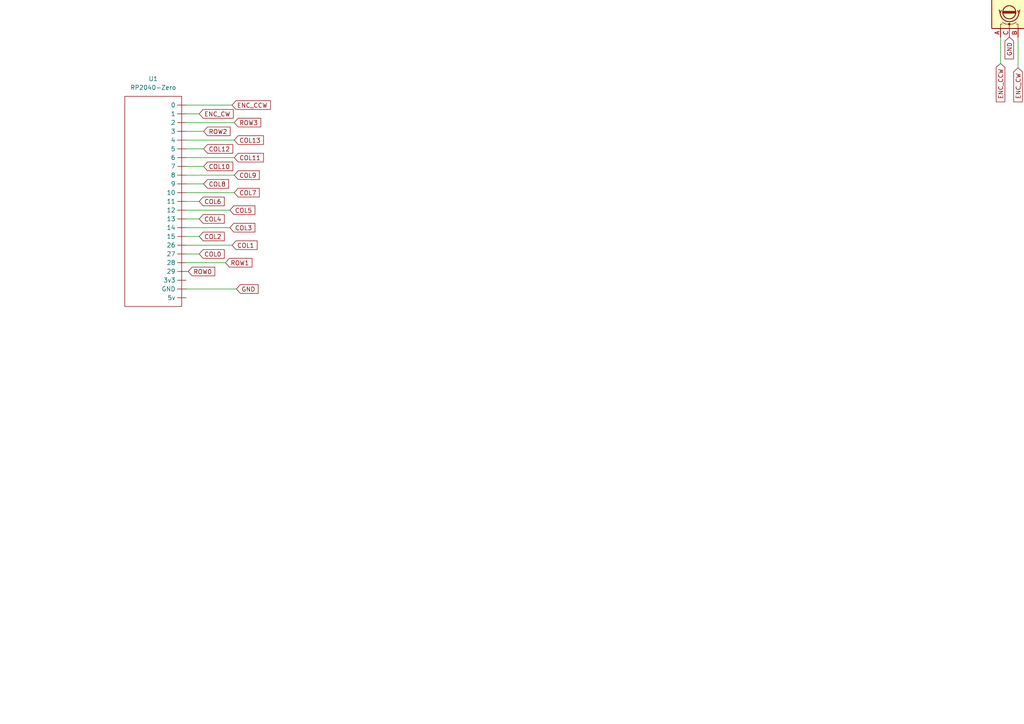
<source format=kicad_sch>
(kicad_sch (version 20230121) (generator eeschema)
  (paper "A4")
  (junction (at 161.29 -12.065))
  (junction (at 29.21 -50.8))
  (junction (at -20.32 -72.39))
  (junction (at 243.84 -50.8))
  (junction (at 207.01 -34.29))
  (junction (at 101.6 -72.39))
  (junction (at 20.32 -55.88))
  (junction (at 286.385 -50.8))
  (junction (at 321.31 -50.8))
  (junction (at 189.865 -72.39))
  (junction (at 260.35 -41.91))
  (junction (at 180.975 -78.74))
  (junction (at 243.84 -72.39))
  (junction (at -4.445 -12.065))
  (junction (at 52.705 -72.39))
  (junction (at 161.29 -19.685))
  (junction (at 92.71 -78.74))
  (junction (at 92.71 -34.29))
  (junction (at 29.21 -72.39))
  (junction (at 92.71 -55.88))
  (junction (at 75.565 -72.39))
  (junction (at 189.865 -28.575))
  (junction (at 121.285 -12.065))
  (junction (at 121.285 -55.88))
  (junction (at 20.32 -12.065))
  (junction (at 180.975 -55.88))
  (junction (at 180.975 -34.29))
  (junction (at -4.445 -78.74))
  (junction (at 234.95 -12.065))
  (junction (at 207.01 -78.74))
  (junction (at -4.445 -55.88))
  (junction (at 260.35 -78.74))
  (junction (at 4.445 -50.8))
  (junction (at -20.32 -50.8))
  (junction (at 234.95 -78.74))
  (junction (at 215.9 -72.39))
  (junction (at 43.815 -12.065))
  (junction (at 151.765 -78.74))
  (junction (at -4.445 -34.29))
  (junction (at 52.705 -50.8))
  (junction (at 43.815 -78.74))
  (junction (at 66.675 -12.065))
  (junction (at 160.655 -72.39))
  (junction (at 286.385 -78.74))
  (junction (at 295.275 -72.39))
  (junction (at 20.32 -34.29))
  (junction (at 269.24 -72.39))
  (junction (at 215.9 -50.8))
  (junction (at 234.95 -34.29))
  (junction (at 75.565 -28.575))
  (junction (at 151.765 -34.29))
  (junction (at 130.175 -73.025))
  (junction (at 207.01 -12.065))
  (junction (at 66.675 -19.685))
  (junction (at 290.195 -12.065))
  (junction (at 260.35 -34.29))
  (junction (at 121.285 -34.29))
  (junction (at 260.35 -55.88))
  (junction (at 43.815 -55.88))
  (junction (at 66.675 -78.74))
  (junction (at 151.765 -55.88))
  (junction (at 121.285 -78.74))
  (junction (at 130.175 -50.8))
  (junction (at 66.675 -34.29))
  (junction (at 43.815 -34.29))
  (junction (at 20.32 -78.74))
  (junction (at 234.95 -55.88))
  (junction (at 207.01 -55.88))
  (junction (at 260.35 -12.065))
  (junction (at 4.445 -72.39))
  (junction (at 75.565 -50.8))
  (junction (at 66.675 -55.88))
  (junction (at 269.24 -50.8))
  (junction (at 189.865 -50.8))
  (wire (pts (xy 43.815 -55.88) (xy 66.675 -55.88)))
  (wire (pts (xy 68.58 83.82) (xy 53.975 83.82)))
  (wire (pts (xy 29.21 -50.8) (xy 29.21 -28.575)))
  (wire (pts (xy 215.9 -95.25) (xy 215.9 -72.39)))
  (wire (pts (xy 92.71 -78.74) (xy 121.285 -78.74)))
  (wire (pts (xy 59.055 43.18) (xy 53.975 43.18)))
  (wire (pts (xy 67.945 35.56) (xy 53.975 35.56)))
  (wire (pts (xy 57.785 73.66) (xy 53.975 73.66)))
  (wire (pts (xy 54.61 78.74) (xy 53.975 78.74)))
  (wire (pts (xy 295.275 -4.445) (xy 295.275 -72.39)))
  (wire (pts (xy -4.445 -78.74) (xy 20.32 -78.74)))
  (wire (pts (xy 286.385 -78.74) (xy 312.42 -78.74)))
  (wire (pts (xy 66.675 -55.88) (xy 92.71 -55.88)))
  (wire (pts (xy 52.705 -95.25) (xy 52.705 -72.39)))
  (wire (pts (xy 67.945 40.64) (xy 53.975 40.64)))
  (wire (pts (xy 67.945 45.72) (xy 53.975 45.72)))
  (wire (pts (xy 57.785 33.02) (xy 53.975 33.02)))
  (wire (pts (xy 4.445 -95.25) (xy 4.445 -72.39)))
  (wire (pts (xy 20.32 -55.88) (xy 43.815 -55.88)))
  (wire (pts (xy 66.675 -19.685) (xy 85.09 -19.685)))
  (wire (pts (xy 67.945 50.8) (xy 53.975 50.8)))
  (wire (pts (xy 151.765 -78.74) (xy 180.975 -78.74)))
  (wire (pts (xy 66.675 -34.29) (xy 92.71 -34.29)))
  (wire (pts (xy 67.31 71.12) (xy 53.975 71.12)))
  (wire (pts (xy 57.785 63.5) (xy 53.975 63.5)))
  (wire (pts (xy 121.285 -64.135) (xy 121.285 -63.5)))
  (wire (pts (xy 57.785 68.58) (xy 53.975 68.58)))
  (wire (pts (xy 92.71 -34.29) (xy 121.285 -34.29)))
  (wire (pts (xy 75.565 -72.39) (xy 75.565 -50.8)))
  (wire (pts (xy 286.385 -79.375) (xy 286.385 -78.74)))
  (wire (pts (xy -20.32 -95.25) (xy -20.32 -72.39)))
  (wire (pts (xy 151.765 -55.88) (xy 180.975 -55.88)))
  (wire (pts (xy 207.01 -55.88) (xy 234.95 -55.88)))
  (wire (pts (xy 269.24 -72.39) (xy 269.24 -50.8)))
  (wire (pts (xy 290.195 18.415) (xy 290.195 10.795)))
  (wire (pts (xy 207.01 -34.29) (xy 234.95 -34.29)))
  (wire (pts (xy 130.175 -73.025) (xy 130.175 -50.8)))
  (wire (pts (xy 67.31 30.48) (xy 53.975 30.48)))
  (wire (pts (xy 121.285 -12.065) (xy 161.29 -12.065)))
  (wire (pts (xy 52.705 -50.8) (xy 52.705 -28.575)))
  (wire (pts (xy 4.445 -50.8) (xy 4.445 -28.575)))
  (wire (pts (xy 57.785 58.42) (xy 53.975 58.42)))
  (wire (pts (xy 215.9 -50.8) (xy 215.9 -28.575)))
  (wire (pts (xy -20.32 -72.39) (xy -20.32 -50.8)))
  (wire (pts (xy 59.055 38.1) (xy 53.975 38.1)))
  (wire (pts (xy 20.32 -78.74) (xy 43.815 -78.74)))
  (wire (pts (xy -29.21 -55.88) (xy -4.445 -55.88)))
  (wire (pts (xy 269.24 -95.885) (xy 269.24 -72.39)))
  (wire (pts (xy 75.565 -50.8) (xy 75.565 -28.575)))
  (wire (pts (xy 234.95 -12.065) (xy 260.35 -12.065)))
  (wire (pts (xy 43.815 -34.29) (xy 66.675 -34.29)))
  (wire (pts (xy 180.975 -78.74) (xy 207.01 -78.74)))
  (wire (pts (xy 4.445 -72.39) (xy 4.445 -50.8)))
  (wire (pts (xy 161.29 -19.685) (xy 180.975 -19.685)))
  (wire (pts (xy 101.6 -72.39) (xy 101.6 -50.8)))
  (wire (pts (xy 52.705 -72.39) (xy 52.705 -50.8)))
  (wire (pts (xy 59.055 53.34) (xy 53.975 53.34)))
  (wire (pts (xy 260.35 -34.29) (xy 312.42 -34.29)))
  (wire (pts (xy 243.84 -72.39) (xy 243.84 -50.8)))
  (wire (pts (xy 234.95 -34.29) (xy 260.35 -34.29)))
  (wire (pts (xy 20.32 -12.065) (xy 43.815 -12.065)))
  (wire (pts (xy 243.84 -50.8) (xy 243.84 -28.575)))
  (wire (pts (xy 260.35 -55.88) (xy 286.385 -55.88)))
  (wire (pts (xy 207.01 -12.065) (xy 234.95 -12.065)))
  (wire (pts (xy 75.565 -28.575) (xy 93.98 -28.575)))
  (wire (pts (xy 67.945 55.88) (xy 53.975 55.88)))
  (wire (pts (xy -4.445 -34.29) (xy 20.32 -34.29)))
  (wire (pts (xy 121.285 -55.88) (xy 151.765 -55.88)))
  (wire (pts (xy 20.32 -34.29) (xy 43.815 -34.29)))
  (wire (pts (xy 286.385 -50.165) (xy 286.385 -50.8)))
  (wire (pts (xy 234.95 -79.375) (xy 234.95 -78.74)))
  (wire (pts (xy 189.865 -72.39) (xy 189.865 -50.8)))
  (wire (pts (xy 101.6 -95.25) (xy 101.6 -72.39)))
  (wire (pts (xy 290.195 -12.065) (xy 312.42 -12.065)))
  (wire (pts (xy 43.815 -12.065) (xy 66.675 -12.065)))
  (wire (pts (xy 29.21 -72.39) (xy 29.21 -50.8)))
  (wire (pts (xy 29.21 -95.25) (xy 29.21 -72.39)))
  (wire (pts (xy 59.055 48.26) (xy 53.975 48.26)))
  (wire (pts (xy 65.405 76.2) (xy 53.975 76.2)))
  (wire (pts (xy -29.21 -78.74) (xy -4.445 -78.74)))
  (wire (pts (xy 151.765 -34.29) (xy 180.975 -34.29)))
  (wire (pts (xy 189.865 -50.8) (xy 189.865 -28.575)))
  (wire (pts (xy 215.9 -72.39) (xy 215.9 -50.8)))
  (wire (pts (xy 260.35 -12.065) (xy 290.195 -12.065)))
  (wire (pts (xy -4.445 -12.065) (xy 20.32 -12.065)))
  (wire (pts (xy 286.385 -50.8) (xy 269.24 -50.8)))
  (wire (pts (xy 75.565 -95.25) (xy 75.565 -72.39)))
  (wire (pts (xy 66.675 -12.065) (xy 121.285 -12.065)))
  (wire (pts (xy 295.275 19.685) (xy 295.275 10.795)))
  (wire (pts (xy 170.18 -28.575) (xy 189.865 -28.575)))
  (wire (pts (xy 66.675 66.04) (xy 53.975 66.04)))
  (wire (pts (xy 180.975 -55.88) (xy 207.01 -55.88)))
  (wire (pts (xy 160.655 -72.39) (xy 160.655 -50.8)))
  (wire (pts (xy 243.84 -95.885) (xy 243.84 -72.39)))
  (wire (pts (xy 160.655 -95.25) (xy 160.655 -72.39)))
  (wire (pts (xy 189.865 -95.25) (xy 189.865 -72.39)))
  (wire (pts (xy 180.975 -34.29) (xy 207.01 -34.29)))
  (wire (pts (xy 321.31 -95.885) (xy 321.31 -50.8)))
  (wire (pts (xy 234.95 -55.88) (xy 260.35 -55.88)))
  (wire (pts (xy -20.32 -50.8) (xy -20.32 -28.575)))
  (wire (pts (xy 130.175 -50.8) (xy 130.175 -28.575)))
  (wire (pts (xy -4.445 -55.88) (xy 20.32 -55.88)))
  (wire (pts (xy 161.29 -12.065) (xy 207.01 -12.065)))
  (wire (pts (xy 121.285 -34.29) (xy 151.765 -34.29)))
  (wire (pts (xy -29.21 -12.065) (xy -4.445 -12.065)))
  (wire (pts (xy 321.31 -50.8) (xy 321.31 -28.575)))
  (wire (pts (xy 66.675 60.96) (xy 53.975 60.96)))
  (wire (pts (xy 121.285 -78.74) (xy 151.765 -78.74)))
  (wire (pts (xy 295.275 -95.885) (xy 295.275 -72.39)))
  (wire (pts (xy 130.175 -95.25) (xy 130.175 -73.025)))
  (wire (pts (xy 260.35 -78.74) (xy 286.385 -78.74)))
  (wire (pts (xy 312.42 -78.74) (xy 312.42 -79.375)))
  (wire (pts (xy 260.35 -41.91) (xy 277.495 -41.91)))
  (wire (pts (xy 66.675 -78.74) (xy 92.71 -78.74)))
  (wire (pts (xy 207.01 -78.74) (xy 234.95 -78.74)))
  (wire (pts (xy 269.24 -50.8) (xy 269.24 -28.575)))
  (wire (pts (xy 92.71 -55.88) (xy 121.285 -55.88)))
  (wire (pts (xy 234.95 -78.74) (xy 260.35 -78.74)))
  (wire (pts (xy -29.21 -34.29) (xy -4.445 -34.29)))
  (wire (pts (xy 43.815 -78.74) (xy 66.675 -78.74)))
  (wire (pts (xy 260.35 -79.375) (xy 260.35 -78.74)))
  (global_label "COL3" (shape input) (at 66.675 66.04 0) (property "Intersheetrefs" "${INTERSHEET_REFS}" (effects hide)))
  (global_label "COL2" (shape input) (at 29.21 -94.615 90) (property "Intersheetrefs" "${INTERSHEET_REFS}" (effects hide)))
  (global_label "COL5" (shape input) (at 66.675 60.96 0) (property "Intersheetrefs" "${INTERSHEET_REFS}" (effects hide)))
  (global_label "COL4" (shape input) (at 57.785 63.5 0) (property "Intersheetrefs" "${INTERSHEET_REFS}" (effects hide)))
  (global_label "COL0" (shape input) (at -20.32 -95.25 90) (property "Intersheetrefs" "${INTERSHEET_REFS}" (effects hide)))
  (global_label "ROW1" (shape input) (at 65.405 76.2 0) (property "Intersheetrefs" "${INTERSHEET_REFS}" (effects hide)))
  (global_label "ENC_CCW" (shape input) (at 67.31 30.48 0) (property "Intersheetrefs" "${INTERSHEET_REFS}" (effects hide)))
  (global_label "ROW1" (shape input) (at -29.21 -55.88 180) (property "Intersheetrefs" "${INTERSHEET_REFS}" (effects hide)))
  (global_label "ROW2" (shape input) (at 59.055 38.1 0) (property "Intersheetrefs" "${INTERSHEET_REFS}" (effects hide)))
  (global_label "COL7" (shape input) (at 67.945 55.88 0) (property "Intersheetrefs" "${INTERSHEET_REFS}" (effects hide)))
  (global_label "COL2" (shape input) (at 57.785 68.58 0) (property "Intersheetrefs" "${INTERSHEET_REFS}" (effects hide)))
  (global_label "COL8" (shape input) (at 189.865 -95.25 90) (property "Intersheetrefs" "${INTERSHEET_REFS}" (effects hide)))
  (global_label "COL9" (shape input) (at 67.945 50.8 0) (property "Intersheetrefs" "${INTERSHEET_REFS}" (effects hide)))
  (global_label "ROW0" (shape input) (at 54.61 78.74 0) (property "Intersheetrefs" "${INTERSHEET_REFS}" (effects hide)))
  (global_label "COL13" (shape input) (at 67.945 40.64 0) (property "Intersheetrefs" "${INTERSHEET_REFS}" (effects hide)))
  (global_label "COL8" (shape input) (at 59.055 53.34 0) (property "Intersheetrefs" "${INTERSHEET_REFS}" (effects hide)))
  (global_label "ROW0" (shape input) (at -29.21 -78.74 180) (property "Intersheetrefs" "${INTERSHEET_REFS}" (effects hide)))
  (global_label "GND" (shape input) (at 68.58 83.82 0) (property "Intersheetrefs" "${INTERSHEET_REFS}" (effects hide)))
  (global_label "COL1" (shape input) (at 4.445 -95.25 90) (property "Intersheetrefs" "${INTERSHEET_REFS}" (effects hide)))
  (global_label "COL12" (shape input) (at 59.055 43.18 0) (property "Intersheetrefs" "${INTERSHEET_REFS}" (effects hide)))
  (global_label "ROW2" (shape input) (at -29.21 -34.29 180) (property "Intersheetrefs" "${INTERSHEET_REFS}" (effects hide)))
  (global_label "ROW3" (shape input) (at 67.945 35.56 0) (property "Intersheetrefs" "${INTERSHEET_REFS}" (effects hide)))
  (global_label "COL12" (shape input) (at 295.275 -95.885 90) (property "Intersheetrefs" "${INTERSHEET_REFS}" (effects hide)))
  (global_label "COL11" (shape input) (at 269.24 -95.885 90) (property "Intersheetrefs" "${INTERSHEET_REFS}" (effects hide)))
  (global_label "COL6" (shape input) (at 130.175 -95.25 90) (property "Intersheetrefs" "${INTERSHEET_REFS}" (effects hide)))
  (global_label "COL3" (shape input) (at 52.705 -95.25 90) (property "Intersheetrefs" "${INTERSHEET_REFS}" (effects hide)))
  (global_label "ENC_CW" (shape input) (at 295.275 19.685 270) (property "Intersheetrefs" "${INTERSHEET_REFS}" (effects hide)))
  (global_label "COL11" (shape input) (at 67.945 45.72 0) (property "Intersheetrefs" "${INTERSHEET_REFS}" (effects hide)))
  (global_label "COL10" (shape input) (at 243.84 -95.885 90) (property "Intersheetrefs" "${INTERSHEET_REFS}" (effects hide)))
  (global_label "COL5" (shape input) (at 101.6 -95.25 90) (property "Intersheetrefs" "${INTERSHEET_REFS}" (effects hide)))
  (global_label "ENC_CCW" (shape input) (at 290.195 18.415 270) (property "Intersheetrefs" "${INTERSHEET_REFS}" (effects hide)))
  (global_label "COL7" (shape input) (at 160.655 -95.25 90) (property "Intersheetrefs" "${INTERSHEET_REFS}" (effects hide)))
  (global_label "ENC_CW" (shape input) (at 57.785 33.02 0) (property "Intersheetrefs" "${INTERSHEET_REFS}" (effects hide)))
  (global_label "COL9" (shape input) (at 215.9 -94.615 90) (property "Intersheetrefs" "${INTERSHEET_REFS}" (effects hide)))
  (global_label "COL4" (shape input) (at 75.565 -94.615 90) (property "Intersheetrefs" "${INTERSHEET_REFS}" (effects hide)))
  (global_label "COL1" (shape input) (at 67.31 71.12 0) (property "Intersheetrefs" "${INTERSHEET_REFS}" (effects hide)))
  (global_label "COL6" (shape input) (at 57.785 58.42 0) (property "Intersheetrefs" "${INTERSHEET_REFS}" (effects hide)))
  (global_label "GND" (shape input) (at 292.735 10.795 270) (property "Intersheetrefs" "${INTERSHEET_REFS}" (effects hide)))
  (global_label "ROW3" (shape input) (at -29.21 -12.065 180) (property "Intersheetrefs" "${INTERSHEET_REFS}" (effects hide)))
  (global_label "COL0" (shape input) (at 57.785 73.66 0) (property "Intersheetrefs" "${INTERSHEET_REFS}" (effects hide)))
  (global_label "COL13" (shape input) (at 321.31 -95.885 90) (property "Intersheetrefs" "${INTERSHEET_REFS}" (effects hide)))
  (global_label "COL10" (shape input) (at 59.055 48.26 0) (property "Intersheetrefs" "${INTERSHEET_REFS}" (effects hide)))
  (symbol (lib_id "acheronSymbols:MXSwitch") (at 286.385 -41.91 0) (unit 1)
    (property "Reference" "SW40" (at 294.005 -44.45 0) (effects (justify left)))
    (property "Value" "MX225R" (at 294.005 -41.91 0) (effects (font (size 0.9906 0.9906)) (justify left)))
    (property "Footprint" "acheron_MX.pretty-master:MX225" (effects hide))
  )
  (symbol (lib_id "acheronSymbols:MXSwitch") (at 101.6 -86.36 0) (unit 1)
    (property "Reference" "SW6" (at 109.22 -88.9 0) (effects (justify left)))
    (property "Value" "MX100" (at 109.22 -86.36 0) (effects (font (size 0.9906 0.9906)) (justify left)))
    (property "Footprint" "acheron_MX.pretty-master:MX100" (effects hide))
  )
  (symbol (lib_id "Diode:1N4148W") (at 207.01 -15.875 90) (unit 1)
    (property "Reference" "D45" (at 210.82 -17.145 90) (effects (justify right)))
    (property "Value" "1N4148W" (at 210.82 -14.605 90) (effects (justify right)))
    (property "Footprint" "Diode_SMD:D_SOD-123" (effects hide))
    (property "Datasheet" "https://www.vishay.com/docs/85748/1n4148w.pdf" (effects hide))
    (property "Sim.Device" "D" (effects hide))
    (property "Sim.Pins" "1=K 2=A" (effects hide))
  )
  (symbol (lib_id "acheronSymbols:MXSwitch") (at 29.21 -19.685 0) (unit 1)
    (property "Reference" "SW44" (at 39.37 -19.685 0))
    (property "Value" "MX125" (at 39.37 -17.145 0) (effects (font (size 0.9906 0.9906))))
    (property "Footprint" "acheron_MX.pretty-master:MX125" (effects hide))
  )
  (symbol (lib_id "acheronSymbols:MXSwitch") (at 189.865 -19.685 0) (unit 1)
    (property "Reference" "SW49" (at 197.485 -23.495 0) (effects (justify left)))
    (property "Value" "MX300R" (at 197.485 -20.955 0) (effects (font (size 0.9906 0.9906)) (justify left)))
    (property "Footprint" "acheron_MX.pretty-master:MX300R" (effects hide))
  )
  (symbol (lib_id "Diode:1N4148W") (at 43.815 -38.1 90) (unit 1)
    (property "Reference" "D31" (at 47.625 -39.37 90) (effects (justify right)))
    (property "Value" "1N4148W" (at 47.625 -36.83 90) (effects (justify right)))
    (property "Footprint" "Diode_SMD:D_SOD-123" (effects hide))
    (property "Datasheet" "https://www.vishay.com/docs/85748/1n4148w.pdf" (effects hide))
    (property "Sim.Device" "D" (effects hide))
    (property "Sim.Pins" "1=K 2=A" (effects hide))
  )
  (symbol (lib_id "acheronSymbols:MXSwitch") (at 52.705 -41.91 0) (unit 1)
    (property "Reference" "SW31" (at 60.325 -44.45 0) (effects (justify left)))
    (property "Value" "MX100" (at 60.325 -41.91 0) (effects (font (size 0.9906 0.9906)) (justify left)))
    (property "Footprint" "acheron_MX.pretty-master:MX100" (effects hide))
  )
  (symbol (lib_id "Diode:1N4148W") (at 260.35 -38.1 90) (unit 1)
    (property "Reference" "D39" (at 264.16 -39.37 90) (effects (justify right)))
    (property "Value" "1N4148W" (at 264.16 -36.83 90) (effects (justify right)))
    (property "Footprint" "Diode_SMD:D_SOD-123" (effects hide))
    (property "Datasheet" "https://www.vishay.com/docs/85748/1n4148w.pdf" (effects hide))
    (property "Sim.Device" "D" (effects hide))
    (property "Sim.Pins" "1=K 2=A" (effects hide))
  )
  (symbol (lib_id "Device:RotaryEncoder_Switch") (at 292.735 3.175 90) (unit 1)
    (property "Reference" "SW55" (at 299.085 1.905 90) (effects (justify right)))
    (property "Value" "RotaryEncoder_Switch" (at 299.085 4.445 90) (effects (justify right)))
    (property "Footprint" "Rotary_Encoder:RotaryEncoder_Alps_EC11E-Switch_Vertical_H20mm" (effects hide))
  )
  (symbol (lib_id "Diode:1N4148W") (at 312.42 -38.1 90) (unit 1)
    (property "Reference" "D41" (at 316.23 -39.37 90) (effects (justify right)))
    (property "Value" "1N4148W" (at 316.23 -36.83 90) (effects (justify right)))
    (property "Footprint" "Diode_SMD:D_SOD-123" (effects hide))
    (property "Datasheet" "https://www.vishay.com/docs/85748/1n4148w.pdf" (effects hide))
    (property "Sim.Device" "D" (effects hide))
    (property "Sim.Pins" "1=K 2=A" (effects hide))
  )
  (symbol (lib_id "Diode:1N4148W") (at 20.32 -15.875 90) (unit 1)
    (property "Reference" "D50" (at 24.13 -17.145 90) (effects (justify right)))
    (property "Value" "1N4148W" (at 24.13 -14.605 90) (effects (justify right)))
    (property "Footprint" "Diode_SMD:D_SOD-123" (effects hide))
    (property "Datasheet" "https://www.vishay.com/docs/85748/1n4148w.pdf" (effects hide))
    (property "Sim.Device" "D" (effects hide))
    (property "Sim.Pins" "1=K 2=A" (effects hide))
  )
  (symbol (lib_id "Diode:1N4148W") (at 260.35 -83.185 90) (unit 1)
    (property "Reference" "D12" (at 264.16 -84.455 90) (effects (justify right)))
    (property "Value" "1N4148W" (at 264.16 -81.915 90) (effects (justify right)))
    (property "Footprint" "Diode_SMD:D_SOD-123" (effects hide))
    (property "Datasheet" "https://www.vishay.com/docs/85748/1n4148w.pdf" (effects hide))
    (property "Sim.Device" "D" (effects hide))
    (property "Sim.Pins" "1=K 2=A" (effects hide))
  )
  (symbol (lib_id "Diode:1N4148W") (at 121.285 -59.69 90) (unit 1)
    (property "Reference" "D21" (at 125.095 -60.96 90) (effects (justify right)))
    (property "Value" "1N4148W" (at 125.095 -58.42 90) (effects (justify right)))
    (property "Footprint" "Diode_SMD:D_SOD-123" (effects hide))
    (property "Datasheet" "https://www.vishay.com/docs/85748/1n4148w.pdf" (effects hide))
    (property "Sim.Device" "D" (effects hide))
    (property "Sim.Pins" "1=K 2=A" (effects hide))
  )
  (symbol (lib_id "acheronSymbols:MXSwitch") (at 101.6 -41.91 0) (unit 1)
    (property "Reference" "SW33" (at 109.22 -44.45 0) (effects (justify left)))
    (property "Value" "MX100" (at 109.22 -41.91 0) (effects (font (size 0.9906 0.9906)) (justify left)))
    (property "Footprint" "acheron_MX.pretty-master:MX100" (effects hide))
  )
  (symbol (lib_id "acheronSymbols:MXSwitch") (at 130.175 -64.135 0) (unit 1)
    (property "Reference" "SW21" (at 137.795 -66.675 0) (effects (justify left)))
    (property "Value" "MX100" (at 137.795 -64.135 0) (effects (font (size 0.9906 0.9906)) (justify left)))
    (property "Footprint" "acheron_MX.pretty-master:MX100" (effects hide))
  )
  (symbol (lib_id "acheronSymbols:MXSwitch") (at 269.24 -63.5 0) (unit 1)
    (property "Reference" "SW26" (at 276.86 -66.04 0) (effects (justify left)))
    (property "Value" "MX100" (at 276.86 -63.5 0) (effects (font (size 0.9906 0.9906)) (justify left)))
    (property "Footprint" "acheron_MX.pretty-master:MX100" (effects hide))
  )
  (symbol (lib_id "Diode:1N4148W") (at 312.42 -15.875 90) (unit 1)
    (property "Reference" "D42" (at 316.23 -17.145 90) (effects (justify right)))
    (property "Value" "1N4148W" (at 316.23 -14.605 90) (effects (justify right)))
    (property "Footprint" "Diode_SMD:D_SOD-123" (effects hide))
    (property "Datasheet" "https://www.vishay.com/docs/85748/1n4148w.pdf" (effects hide))
    (property "Sim.Device" "D" (effects hide))
    (property "Sim.Pins" "1=K 2=A" (effects hide))
  )
  (symbol (lib_id "acheronSymbols:MXSwitch") (at 215.9 -41.91 0) (unit 1)
    (property "Reference" "SW37" (at 223.52 -44.45 0) (effects (justify left)))
    (property "Value" "MX100" (at 223.52 -41.91 0) (effects (font (size 0.9906 0.9906)) (justify left)))
    (property "Footprint" "acheron_MX.pretty-master:MX100" (effects hide))
  )
  (symbol (lib_id "acheronSymbols:MXSwitch") (at 52.705 -63.5 0) (unit 1)
    (property "Reference" "SW18" (at 60.325 -66.04 0) (effects (justify left)))
    (property "Value" "MX100" (at 60.325 -63.5 0) (effects (font (size 0.9906 0.9906)) (justify left)))
    (property "Footprint" "acheron_MX.pretty-master:MX100" (effects hide))
  )
  (symbol (lib_id "acheronSymbols:MXSwitch") (at 130.175 -86.36 0) (unit 1)
    (property "Reference" "SW7" (at 137.795 -88.9 0) (effects (justify left)))
    (property "Value" "MX100" (at 137.795 -86.36 0) (effects (font (size 0.9906 0.9906)) (justify left)))
    (property "Footprint" "acheron_MX.pretty-master:MX100" (effects hide))
  )
  (symbol (lib_id "Diode:1N4148W") (at 180.975 -82.55 90) (unit 1)
    (property "Reference" "D9" (at 184.785 -83.82 90) (effects (justify right)))
    (property "Value" "1N4148W" (at 184.785 -81.28 90) (effects (justify right)))
    (property "Footprint" "Diode_SMD:D_SOD-123" (effects hide))
    (property "Datasheet" "https://www.vishay.com/docs/85748/1n4148w.pdf" (effects hide))
    (property "Sim.Device" "D" (effects hide))
    (property "Sim.Pins" "1=K 2=A" (effects hide))
  )
  (symbol (lib_id "Diode:1N4148W") (at 286.385 -59.69 90) (unit 1)
    (property "Reference" "D27" (at 290.195 -60.96 90) (effects (justify right)))
    (property "Value" "1N4148W" (at 290.195 -58.42 90) (effects (justify right)))
    (property "Footprint" "Diode_SMD:D_SOD-123" (effects hide))
    (property "Datasheet" "https://www.vishay.com/docs/85748/1n4148w.pdf" (effects hide))
    (property "Sim.Device" "D" (effects hide))
    (property "Sim.Pins" "1=K 2=A" (effects hide))
  )
  (symbol (lib_id "acheronSymbols:MXSwitch") (at 295.275 -63.5 0) (unit 1)
    (property "Reference" "SW27" (at 302.895 -66.04 0) (effects (justify left)))
    (property "Value" "MX175" (at 302.895 -63.5 0) (effects (font (size 0.9906 0.9906)) (justify left)))
    (property "Footprint" "acheron_MX.pretty-master:MX175" (effects hide))
  )
  (symbol (lib_id "Diode:1N4148W") (at 66.675 -59.69 90) (unit 1)
    (property "Reference" "D19" (at 70.485 -60.96 90) (effects (justify right)))
    (property "Value" "1N4148W" (at 70.485 -58.42 90) (effects (justify right)))
    (property "Footprint" "Diode_SMD:D_SOD-123" (effects hide))
    (property "Datasheet" "https://www.vishay.com/docs/85748/1n4148w.pdf" (effects hide))
    (property "Sim.Device" "D" (effects hide))
    (property "Sim.Pins" "1=K 2=A" (effects hide))
  )
  (symbol (lib_id "acheronSymbols:MXSwitch") (at 4.445 -19.685 0) (unit 1)
    (property "Reference" "SW43" (at 12.065 -22.225 0) (effects (justify left)))
    (property "Value" "MX125" (at 12.065 -19.685 0) (effects (font (size 0.9906 0.9906)) (justify left)))
    (property "Footprint" "acheron_MX.pretty-master:MX125" (effects hide))
  )
  (symbol (lib_id "Diode:1N4148W") (at -4.445 -15.875 90) (unit 1)
    (property "Reference" "D51" (at -0.635 -17.145 90) (effects (justify right)))
    (property "Value" "1N4148W" (at -0.635 -14.605 90) (effects (justify right)))
    (property "Footprint" "Diode_SMD:D_SOD-123" (effects hide))
    (property "Datasheet" "https://www.vishay.com/docs/85748/1n4148w.pdf" (effects hide))
    (property "Sim.Device" "D" (effects hide))
    (property "Sim.Pins" "1=K 2=A" (effects hide))
  )
  (symbol (lib_id "Diode:1N4148W") (at 66.675 -38.1 90) (unit 1)
    (property "Reference" "D32" (at 70.485 -39.37 90) (effects (justify right)))
    (property "Value" "1N4148W" (at 70.485 -36.83 90) (effects (justify right)))
    (property "Footprint" "Diode_SMD:D_SOD-123" (effects hide))
    (property "Datasheet" "https://www.vishay.com/docs/85748/1n4148w.pdf" (effects hide))
    (property "Sim.Device" "D" (effects hide))
    (property "Sim.Pins" "1=K 2=A" (effects hide))
  )
  (symbol (lib_id "Diode:1N4148W") (at 207.01 -82.55 90) (unit 1)
    (property "Reference" "D10" (at 210.82 -83.82 90) (effects (justify right)))
    (property "Value" "1N4148W" (at 210.82 -81.28 90) (effects (justify right)))
    (property "Footprint" "Diode_SMD:D_SOD-123" (effects hide))
    (property "Datasheet" "https://www.vishay.com/docs/85748/1n4148w.pdf" (effects hide))
    (property "Sim.Device" "D" (effects hide))
    (property "Sim.Pins" "1=K 2=A" (effects hide))
  )
  (symbol (lib_id "Diode:1N4148W") (at 20.32 -38.1 90) (unit 1)
    (property "Reference" "D30" (at 24.13 -39.37 90) (effects (justify right)))
    (property "Value" "1N4148W" (at 24.13 -36.83 90) (effects (justify right)))
    (property "Footprint" "Diode_SMD:D_SOD-123" (effects hide))
    (property "Datasheet" "https://www.vishay.com/docs/85748/1n4148w.pdf" (effects hide))
    (property "Sim.Device" "D" (effects hide))
    (property "Sim.Pins" "1=K 2=A" (effects hide))
  )
  (symbol (lib_id "Diode:1N4148W") (at 92.71 -59.69 90) (unit 1)
    (property "Reference" "D20" (at 96.52 -60.96 90) (effects (justify right)))
    (property "Value" "1N4148W" (at 96.52 -58.42 90) (effects (justify right)))
    (property "Footprint" "Diode_SMD:D_SOD-123" (effects hide))
    (property "Datasheet" "https://www.vishay.com/docs/85748/1n4148w.pdf" (effects hide))
    (property "Sim.Device" "D" (effects hide))
    (property "Sim.Pins" "1=K 2=A" (effects hide))
  )
  (symbol (lib_id "Diode:1N4148W") (at 43.815 -15.875 90) (unit 1)
    (property "Reference" "D49" (at 47.625 -17.145 90) (effects (justify right)))
    (property "Value" "1N4148W" (at 47.625 -14.605 90) (effects (justify right)))
    (property "Footprint" "Diode_SMD:D_SOD-123" (effects hide))
    (property "Datasheet" "https://www.vishay.com/docs/85748/1n4148w.pdf" (effects hide))
    (property "Sim.Device" "D" (effects hide))
    (property "Sim.Pins" "1=K 2=A" (effects hide))
  )
  (symbol (lib_id "acheronSymbols:MXSwitch") (at -20.32 -41.91 0) (unit 1)
    (property "Reference" "SW28" (at -10.16 -45.72 0))
    (property "Value" "MX225R" (at -10.16 -43.18 0) (effects (font (size 0.9906 0.9906))))
    (property "Footprint" "acheron_MX.pretty-master:MX225" (effects hide))
  )
  (symbol (lib_id "acheronSymbols:MXSwitch") (at 75.565 -63.5 0) (unit 1)
    (property "Reference" "SW19" (at 83.185 -66.04 0) (effects (justify left)))
    (property "Value" "MX100" (at 83.185 -63.5 0) (effects (font (size 0.9906 0.9906)) (justify left)))
    (property "Footprint" "acheron_MX.pretty-master:MX100" (effects hide))
  )
  (symbol (lib_id "Diode:1N4148W") (at 20.32 -82.55 90) (unit 1)
    (property "Reference" "D3" (at 24.13 -83.82 90) (effects (justify right)))
    (property "Value" "1N4148W" (at 24.13 -81.28 90) (effects (justify right)))
    (property "Footprint" "Diode_SMD:D_SOD-123" (effects hide))
    (property "Datasheet" "https://www.vishay.com/docs/85748/1n4148w.pdf" (effects hide))
    (property "Sim.Device" "D" (effects hide))
    (property "Sim.Pins" "1=K 2=A" (effects hide))
  )
  (symbol (lib_id "acheronSymbols:MXSwitch") (at 29.21 -63.5 0) (unit 1)
    (property "Reference" "SW17" (at 36.83 -66.04 0) (effects (justify left)))
    (property "Value" "MX100" (at 36.83 -63.5 0) (effects (font (size 0.9906 0.9906)) (justify left)))
    (property "Footprint" "acheron_MX.pretty-master:MX100" (effects hide))
  )
  (symbol (lib_id "Diode:1N4148W") (at 290.195 -8.255 270) (unit 1)
    (property "Reference" "D40" (at 282.575 -8.89 90) (effects (justify left)))
    (property "Value" "1N4148W" (at 279.4 -6.35 90) (effects (justify left)))
    (property "Footprint" "Diode_SMD:D_SOD-123" (effects hide))
    (property "Datasheet" "https://www.vishay.com/docs/85748/1n4148w.pdf" (effects hide))
    (property "Sim.Device" "D" (effects hide))
    (property "Sim.Pins" "1=K 2=A" (effects hide))
  )
  (symbol (lib_id "acheronSymbols:MXSwitch") (at 160.655 -63.5 0) (unit 1)
    (property "Reference" "SW22" (at 168.275 -66.04 0) (effects (justify left)))
    (property "Value" "MX100" (at 168.275 -63.5 0) (effects (font (size 0.9906 0.9906)) (justify left)))
    (property "Footprint" "acheron_MX.pretty-master:MX100" (effects hide))
  )
  (symbol (lib_id "Diode:1N4148W") (at 234.95 -83.185 90) (unit 1)
    (property "Reference" "D11" (at 238.76 -84.455 90) (effects (justify right)))
    (property "Value" "1N4148W" (at 238.76 -81.915 90) (effects (justify right)))
    (property "Footprint" "Diode_SMD:D_SOD-123" (effects hide))
    (property "Datasheet" "https://www.vishay.com/docs/85748/1n4148w.pdf" (effects hide))
    (property "Sim.Device" "D" (effects hide))
    (property "Sim.Pins" "1=K 2=A" (effects hide))
  )
  (symbol (lib_id "acheronSymbols:MXSwitch") (at 130.175 -41.91 0) (unit 1)
    (property "Reference" "SW34" (at 137.795 -44.45 0) (effects (justify left)))
    (property "Value" "MX100" (at 137.795 -41.91 0) (effects (font (size 0.9906 0.9906)) (justify left)))
    (property "Footprint" "acheron_MX.pretty-master:MX100" (effects hide))
  )
  (symbol (lib_id "Diode:1N4148W") (at 234.95 -59.69 90) (unit 1)
    (property "Reference" "D25" (at 238.76 -60.96 90) (effects (justify right)))
    (property "Value" "1N4148W" (at 238.76 -58.42 90) (effects (justify right)))
    (property "Footprint" "Diode_SMD:D_SOD-123" (effects hide))
    (property "Datasheet" "https://www.vishay.com/docs/85748/1n4148w.pdf" (effects hide))
    (property "Sim.Device" "D" (effects hide))
    (property "Sim.Pins" "1=K 2=A" (effects hide))
  )
  (symbol (lib_id "acheronSymbols:MXSwitch") (at 269.24 -19.685 0) (unit 1)
    (property "Reference" "SW52" (at 276.86 -22.225 0) (effects (justify left)))
    (property "Value" "MX125" (at 276.86 -19.685 0) (effects (font (size 0.9906 0.9906)) (justify left)))
    (property "Footprint" "acheron_MX.pretty-master:MX125" (effects hide))
  )
  (symbol (lib_id "Diode:1N4148W") (at 151.765 -38.1 90) (unit 1)
    (property "Reference" "D35" (at 155.575 -39.37 90) (effects (justify right)))
    (property "Value" "1N4148W" (at 155.575 -36.83 90) (effects (justify right)))
    (property "Footprint" "Diode_SMD:D_SOD-123" (effects hide))
    (property "Datasheet" "https://www.vishay.com/docs/85748/1n4148w.pdf" (effects hide))
    (property "Sim.Device" "D" (effects hide))
    (property "Sim.Pins" "1=K 2=A" (effects hide))
  )
  (symbol (lib_id "Diode:1N4148W") (at -29.21 -59.69 90) (unit 1)
    (property "Reference" "D15" (at -25.4 -60.96 90) (effects (justify right)))
    (property "Value" "1N4148W" (at -25.4 -58.42 90) (effects (justify right)))
    (property "Footprint" "Diode_SMD:D_SOD-123" (effects hide))
    (property "Datasheet" "https://www.vishay.com/docs/85748/1n4148w.pdf" (effects hide))
    (property "Sim.Device" "D" (effects hide))
    (property "Sim.Pins" "1=K 2=A" (effects hide))
  )
  (symbol (lib_id "acheronSymbols:MXSwitch") (at 215.9 -63.5 0) (unit 1)
    (property "Reference" "SW24" (at 223.52 -66.04 0) (effects (justify left)))
    (property "Value" "MX100" (at 223.52 -63.5 0) (effects (font (size 0.9906 0.9906)) (justify left)))
    (property "Footprint" "acheron_MX.pretty-master:MX100" (effects hide))
  )
  (symbol (lib_id "Diode:1N4148W") (at 121.285 -15.875 90) (unit 1)
    (property "Reference" "D47" (at 125.095 -17.145 90) (effects (justify right)))
    (property "Value" "1N4148W" (at 125.095 -14.605 90) (effects (justify right)))
    (property "Footprint" "Diode_SMD:D_SOD-123" (effects hide))
    (property "Datasheet" "https://www.vishay.com/docs/85748/1n4148w.pdf" (effects hide))
    (property "Sim.Device" "D" (effects hide))
    (property "Sim.Pins" "1=K 2=A" (effects hide))
  )
  (symbol (lib_id "Diode:1N4148W") (at 234.95 -38.1 90) (unit 1)
    (property "Reference" "D38" (at 238.76 -39.37 90) (effects (justify right)))
    (property "Value" "1N4148W" (at 238.76 -36.83 90) (effects (justify right)))
    (property "Footprint" "Diode_SMD:D_SOD-123" (effects hide))
    (property "Datasheet" "https://www.vishay.com/docs/85748/1n4148w.pdf" (effects hide))
    (property "Sim.Device" "D" (effects hide))
    (property "Sim.Pins" "1=K 2=A" (effects hide))
  )
  (symbol (lib_id "Diode:1N4148W") (at 121.285 -82.55 90) (unit 1)
    (property "Reference" "D7" (at 125.095 -83.82 90) (effects (justify right)))
    (property "Value" "1N4148W" (at 125.095 -81.28 90) (effects (justify right)))
    (property "Footprint" "Diode_SMD:D_SOD-123" (effects hide))
    (property "Datasheet" "https://www.vishay.com/docs/85748/1n4148w.pdf" (effects hide))
    (property "Sim.Device" "D" (effects hide))
    (property "Sim.Pins" "1=K 2=A" (effects hide))
  )
  (symbol (lib_id "Diode:1N4148W") (at 43.815 -82.55 90) (unit 1)
    (property "Reference" "D4" (at 47.625 -83.82 90) (effects (justify right)))
    (property "Value" "1N4148W" (at 47.625 -81.28 90) (effects (justify right)))
    (property "Footprint" "Diode_SMD:D_SOD-123" (effects hide))
    (property "Datasheet" "https://www.vishay.com/docs/85748/1n4148w.pdf" (effects hide))
    (property "Sim.Device" "D" (effects hide))
    (property "Sim.Pins" "1=K 2=A" (effects hide))
  )
  (symbol (lib_id "acheronSymbols:MXSwitch") (at 321.31 -41.91 0) (unit 1)
    (property "Reference" "SW41" (at 328.93 -44.45 0) (effects (justify left)))
    (property "Value" "MX100" (at 328.93 -41.91 0) (effects (font (size 0.9906 0.9906)) (justify left)))
    (property "Footprint" "acheron_MX.pretty-master:MX100" (effects hide))
  )
  (symbol (lib_id "acheronSymbols:MXSwitch") (at 75.565 -41.91 0) (unit 1)
    (property "Reference" "SW32" (at 83.185 -44.45 0) (effects (justify left)))
    (property "Value" "MX100" (at 83.185 -41.91 0) (effects (font (size 0.9906 0.9906)) (justify left)))
    (property "Footprint" "acheron_MX.pretty-master:MX100" (effects hide))
  )
  (symbol (lib_id "acheronSymbols:MXSwitch") (at 75.565 -19.685 0) (unit 1)
    (property "Reference" "SW47" (at 86.995 -22.225 0))
    (property "Value" "MX225R" (at 86.995 -19.685 0) (effects (font (size 0.9906 0.9906))))
    (property "Footprint" "acheron_MX.pretty-master:MX225R" (effects hide))
  )
  (symbol (lib_id "Diode:1N4148W") (at 43.815 -59.69 90) (unit 1)
    (property "Reference" "D18" (at 47.625 -60.96 90) (effects (justify right)))
    (property "Value" "1N4148W" (at 47.625 -58.42 90) (effects (justify right)))
    (property "Footprint" "Diode_SMD:D_SOD-123" (effects hide))
    (property "Datasheet" "https://www.vishay.com/docs/85748/1n4148w.pdf" (effects hide))
    (property "Sim.Device" "D" (effects hide))
    (property "Sim.Pins" "1=K 2=A" (effects hide))
  )
  (symbol (lib_id "Diode:1N4148W") (at 66.675 -15.875 90) (unit 1)
    (property "Reference" "D48" (at 70.485 -17.145 90) (effects (justify right)))
    (property "Value" "1N4148W" (at 70.485 -14.605 90) (effects (justify right)))
    (property "Footprint" "Diode_SMD:D_SOD-123" (effects hide))
    (property "Datasheet" "https://www.vishay.com/docs/85748/1n4148w.pdf" (effects hide))
    (property "Sim.Device" "D" (effects hide))
    (property "Sim.Pins" "1=K 2=A" (effects hide))
  )
  (symbol (lib_id "acheronSymbols:MXSwitch") (at 243.84 -41.91 0) (unit 1)
    (property "Reference" "SW38" (at 251.46 -44.45 0) (effects (justify left)))
    (property "Value" "MX100" (at 251.46 -41.91 0) (effects (font (size 0.9906 0.9906)) (justify left)))
    (property "Footprint" "acheron_MX.pretty-master:MX100" (effects hide))
  )
  (symbol (lib_id "acheronSymbols:MXSwitch") (at 189.865 -41.91 0) (unit 1)
    (property "Reference" "SW36" (at 197.485 -44.45 0) (effects (justify left)))
    (property "Value" "MX100" (at 197.485 -41.91 0) (effects (font (size 0.9906 0.9906)) (justify left)))
    (property "Footprint" "acheron_MX.pretty-master:MX100" (effects hide))
  )
  (symbol (lib_id "Diode:1N4148W") (at 151.765 -59.69 90) (unit 1)
    (property "Reference" "D22" (at 155.575 -60.96 90) (effects (justify right)))
    (property "Value" "1N4148W" (at 155.575 -58.42 90) (effects (justify right)))
    (property "Footprint" "Diode_SMD:D_SOD-123" (effects hide))
    (property "Datasheet" "https://www.vishay.com/docs/85748/1n4148w.pdf" (effects hide))
    (property "Sim.Device" "D" (effects hide))
    (property "Sim.Pins" "1=K 2=A" (effects hide))
  )
  (symbol (lib_id "acheronSymbols:MXSwitch") (at 321.31 -19.685 0) (unit 1)
    (property "Reference" "SW53" (at 334.01 -22.225 0))
    (property "Value" "MX125" (at 334.01 -19.685 0) (effects (font (size 0.9906 0.9906))))
    (property "Footprint" "acheron_MX.pretty-master:MX125" (effects hide))
  )
  (symbol (lib_id "Diode:1N4148W") (at 161.29 -15.875 90) (unit 1)
    (property "Reference" "D46" (at 165.1 -17.145 90) (effects (justify right)))
    (property "Value" "1N4148W" (at 165.1 -14.605 90) (effects (justify right)))
    (property "Footprint" "Diode_SMD:D_SOD-123" (effects hide))
    (property "Datasheet" "https://www.vishay.com/docs/85748/1n4148w.pdf" (effects hide))
    (property "Sim.Device" "D" (effects hide))
    (property "Sim.Pins" "1=K 2=A" (effects hide))
  )
  (symbol (lib_id "acheronSymbols:MXSwitch") (at 93.98 -19.685 0) (unit 1)
    (property "Reference" "SW46" (at 101.6 -22.225 0) (effects (justify left)))
    (property "Value" "MX300R" (at 101.6 -19.685 0) (effects (font (size 0.9906 0.9906)) (justify left)))
    (property "Footprint" "acheron_MX.pretty-master:MX300R" (effects hide))
  )
  (symbol (lib_id "Diode:1N4148W") (at -4.445 -38.1 90) (unit 1)
    (property "Reference" "D29" (at -0.635 -39.37 90) (effects (justify right)))
    (property "Value" "1N4148W" (at -0.635 -36.83 90) (effects (justify right)))
    (property "Footprint" "Diode_SMD:D_SOD-123" (effects hide))
    (property "Datasheet" "https://www.vishay.com/docs/85748/1n4148w.pdf" (effects hide))
    (property "Sim.Device" "D" (effects hide))
    (property "Sim.Pins" "1=K 2=A" (effects hide))
  )
  (symbol (lib_id "acheronSymbols:MXSwitch") (at 243.84 -63.5 0) (unit 1)
    (property "Reference" "SW25" (at 251.46 -66.04 0) (effects (justify left)))
    (property "Value" "MX100" (at 251.46 -63.5 0) (effects (font (size 0.9906 0.9906)) (justify left)))
    (property "Footprint" "acheron_MX.pretty-master:MX100" (effects hide))
  )
  (symbol (lib_id "acheronSymbols:MXSwitch") (at 52.705 -86.36 0) (unit 1)
    (property "Reference" "SW4" (at 60.325 -88.9 0) (effects (justify left)))
    (property "Value" "MX100" (at 60.325 -86.36 0) (effects (font (size 0.9906 0.9906)) (justify left)))
    (property "Footprint" "acheron_MX.pretty-master:MX100" (effects hide))
  )
  (symbol (lib_id "Diode:1N4148W") (at 92.71 -38.1 90) (unit 1)
    (property "Reference" "D33" (at 96.52 -39.37 90) (effects (justify right)))
    (property "Value" "1N4148W" (at 96.52 -36.83 90) (effects (justify right)))
    (property "Footprint" "Diode_SMD:D_SOD-123" (effects hide))
    (property "Datasheet" "https://www.vishay.com/docs/85748/1n4148w.pdf" (effects hide))
    (property "Sim.Device" "D" (effects hide))
    (property "Sim.Pins" "1=K 2=A" (effects hide))
  )
  (symbol (lib_id "acheronSymbols:MXSwitch") (at -20.32 -63.5 0) (unit 1)
    (property "Reference" "SW15" (at -12.7 -66.04 0) (effects (justify left)))
    (property "Value" "MX125" (at -12.7 -63.5 0) (effects (font (size 0.9906 0.9906)) (justify left)))
    (property "Footprint" "acheron_MX.pretty-master:MX125" (effects hide))
  )
  (symbol (lib_id "Diode:1N4148W") (at 207.01 -59.69 90) (unit 1)
    (property "Reference" "D24" (at 210.82 -60.96 90) (effects (justify right)))
    (property "Value" "1N4148W" (at 210.82 -58.42 90) (effects (justify right)))
    (property "Footprint" "Diode_SMD:D_SOD-123" (effects hide))
    (property "Datasheet" "https://www.vishay.com/docs/85748/1n4148w.pdf" (effects hide))
    (property "Sim.Device" "D" (effects hide))
    (property "Sim.Pins" "1=K 2=A" (effects hide))
  )
  (symbol (lib_id "Diode:1N4148W") (at 20.32 -59.69 90) (unit 1)
    (property "Reference" "D17" (at 24.13 -60.96 90) (effects (justify right)))
    (property "Value" "1N4148W" (at 24.13 -58.42 90) (effects (justify right)))
    (property "Footprint" "Diode_SMD:D_SOD-123" (effects hide))
    (property "Datasheet" "https://www.vishay.com/docs/85748/1n4148w.pdf" (effects hide))
    (property "Sim.Device" "D" (effects hide))
    (property "Sim.Pins" "1=K 2=A" (effects hide))
  )
  (symbol (lib_id "acheronSymbols:MXSwitch") (at 215.9 -86.36 0) (unit 1)
    (property "Reference" "SW10" (at 223.52 -88.9 0) (effects (justify left)))
    (property "Value" "MX100" (at 223.52 -86.36 0) (effects (font (size 0.9906 0.9906)) (justify left)))
    (property "Footprint" "acheron_MX.pretty-master:MX100" (effects hide))
  )
  (symbol (lib_id "Diode:1N4148W") (at -29.21 -82.55 90) (unit 1)
    (property "Reference" "D1" (at -25.4 -83.82 90) (effects (justify right)))
    (property "Value" "1N4148W" (at -25.4 -81.28 90) (effects (justify right)))
    (property "Footprint" "Diode_SMD:D_SOD-123" (effects hide))
    (property "Datasheet" "https://www.vishay.com/docs/85748/1n4148w.pdf" (effects hide))
    (property "Sim.Device" "D" (effects hide))
    (property "Sim.Pins" "1=K 2=A" (effects hide))
  )
  (symbol (lib_id "Diode:1N4148W") (at 286.385 -83.185 90) (unit 1)
    (property "Reference" "D13" (at 290.195 -84.455 90) (effects (justify right)))
    (property "Value" "1N4148W" (at 290.195 -81.915 90) (effects (justify right)))
    (property "Footprint" "Diode_SMD:D_SOD-123" (effects hide))
    (property "Datasheet" "https://www.vishay.com/docs/85748/1n4148w.pdf" (effects hide))
    (property "Sim.Device" "D" (effects hide))
    (property "Sim.Pins" "1=K 2=A" (effects hide))
  )
  (symbol (lib_id "Diode:1N4148W") (at 66.675 -82.55 90) (unit 1)
    (property "Reference" "D5" (at 70.485 -83.82 90) (effects (justify right)))
    (property "Value" "1N4148W" (at 70.485 -81.28 90) (effects (justify right)))
    (property "Footprint" "Diode_SMD:D_SOD-123" (effects hide))
    (property "Datasheet" "https://www.vishay.com/docs/85748/1n4148w.pdf" (effects hide))
    (property "Sim.Device" "D" (effects hide))
    (property "Sim.Pins" "1=K 2=A" (effects hide))
  )
  (symbol (lib_id "acheronSymbols:MXSwitch") (at 4.445 -41.91 0) (unit 1)
    (property "Reference" "SW29" (at 12.065 -44.45 0) (effects (justify left)))
    (property "Value" "MX100" (at 12.065 -41.91 0) (effects (font (size 0.9906 0.9906)) (justify left)))
    (property "Footprint" "acheron_MX.pretty-master:MX100" (effects hide))
  )
  (symbol (lib_id "Diode:1N4148W") (at 260.35 -59.69 90) (unit 1)
    (property "Reference" "D26" (at 264.16 -60.96 90) (effects (justify right)))
    (property "Value" "1N4148W" (at 264.16 -58.42 90) (effects (justify right)))
    (property "Footprint" "Diode_SMD:D_SOD-123" (effects hide))
    (property "Datasheet" "https://www.vishay.com/docs/85748/1n4148w.pdf" (effects hide))
    (property "Sim.Device" "D" (effects hide))
    (property "Sim.Pins" "1=K 2=A" (effects hide))
  )
  (symbol (lib_id "Diode:1N4148W") (at -29.21 -38.1 90) (unit 1)
    (property "Reference" "D28" (at -25.4 -39.37 90) (effects (justify right)))
    (property "Value" "1N4148W" (at -25.4 -36.83 90) (effects (justify right)))
    (property "Footprint" "Diode_SMD:D_SOD-123" (effects hide))
    (property "Datasheet" "https://www.vishay.com/docs/85748/1n4148w.pdf" (effects hide))
    (property "Sim.Device" "D" (effects hide))
    (property "Sim.Pins" "1=K 2=A" (effects hide))
  )
  (symbol (lib_id "acheronSymbols:MXSwitch") (at 4.445 -63.5 0) (unit 1)
    (property "Reference" "SW16" (at 12.065 -66.04 0) (effects (justify left)))
    (property "Value" "MX100" (at 12.065 -63.5 0) (effects (font (size 0.9906 0.9906)) (justify left)))
    (property "Footprint" "acheron_MX.pretty-master:MX100" (effects hide))
  )
  (symbol (lib_id "acheronSymbols:MXSwitch") (at -20.32 -19.685 0) (unit 1)
    (property "Reference" "SW42" (at -12.7 -22.225 0) (effects (justify left)))
    (property "Value" "MX125" (at -12.7 -19.685 0) (effects (font (size 0.9906 0.9906)) (justify left)))
    (property "Footprint" "acheron_MX.pretty-master:MX125" (effects hide))
  )
  (symbol (lib_id "Diode:1N4148W") (at 92.71 -82.55 90) (unit 1)
    (property "Reference" "D6" (at 96.52 -83.82 90) (effects (justify right)))
    (property "Value" "1N4148W" (at 96.52 -81.28 90) (effects (justify right)))
    (property "Footprint" "Diode_SMD:D_SOD-123" (effects hide))
    (property "Datasheet" "https://www.vishay.com/docs/85748/1n4148w.pdf" (effects hide))
    (property "Sim.Device" "D" (effects hide))
    (property "Sim.Pins" "1=K 2=A" (effects hide))
  )
  (symbol (lib_id "acheronSymbols:MXSwitch") (at 321.31 -86.995 0) (unit 1)
    (property "Reference" "SW14" (at 328.93 -89.535 0) (effects (justify left)))
    (property "Value" "MX100" (at 328.93 -86.995 0) (effects (font (size 0.9906 0.9906)) (justify left)))
    (property "Footprint" "acheron_MX.pretty-master:MX100" (effects hide))
  )
  (symbol (lib_id "acheronSymbols:MXSwitch") (at 243.84 -86.995 0) (unit 1)
    (property "Reference" "SW11" (at 251.46 -89.535 0) (effects (justify left)))
    (property "Value" "MX100" (at 251.46 -86.995 0) (effects (font (size 0.9906 0.9906)) (justify left)))
    (property "Footprint" "acheron_MX.pretty-master:MX100" (effects hide))
  )
  (symbol (lib_id "Diode:1N4148W") (at 260.35 -15.875 90) (unit 1)
    (property "Reference" "D43" (at 264.16 -17.145 90) (effects (justify right)))
    (property "Value" "1N4148W" (at 264.16 -14.605 90) (effects (justify right)))
    (property "Footprint" "Diode_SMD:D_SOD-123" (effects hide))
    (property "Datasheet" "https://www.vishay.com/docs/85748/1n4148w.pdf" (effects hide))
    (property "Sim.Device" "D" (effects hide))
    (property "Sim.Pins" "1=K 2=A" (effects hide))
  )
  (symbol (lib_id "acheronSymbols:MXSwitch") (at 189.865 -86.36 0) (unit 1)
    (property "Reference" "SW9" (at 197.485 -88.9 0) (effects (justify left)))
    (property "Value" "MX100" (at 197.485 -86.36 0) (effects (font (size 0.9906 0.9906)) (justify left)))
    (property "Footprint" "acheron_MX.pretty-master:MX100" (effects hide))
  )
  (symbol (lib_id "acheronSymbols:MXSwitch") (at -20.32 -86.36 0) (unit 1)
    (property "Reference" "SW1" (at -12.7 -88.9 0) (effects (justify left)))
    (property "Value" "MX150" (at -12.7 -86.36 0) (effects (font (size 0.9906 0.9906)) (justify left)))
    (property "Footprint" "acheron_MX.pretty-master:MX150" (effects hide))
  )
  (symbol (lib_id "acheronSymbols:MXSwitch") (at 4.445 -86.36 0) (unit 1)
    (property "Reference" "SW2" (at 12.065 -88.9 0) (effects (justify left)))
    (property "Value" "MX100" (at 12.065 -86.36 0) (effects (font (size 0.9906 0.9906)) (justify left)))
    (property "Footprint" "acheron_MX.pretty-master:MX100" (effects hide))
  )
  (symbol (lib_id "Diode:1N4148W") (at 234.95 -15.875 90) (unit 1)
    (property "Reference" "D44" (at 238.76 -17.145 90) (effects (justify right)))
    (property "Value" "1N4148W" (at 238.76 -14.605 90) (effects (justify right)))
    (property "Footprint" "Diode_SMD:D_SOD-123" (effects hide))
    (property "Datasheet" "https://www.vishay.com/docs/85748/1n4148w.pdf" (effects hide))
    (property "Sim.Device" "D" (effects hide))
    (property "Sim.Pins" "1=K 2=A" (effects hide))
  )
  (symbol (lib_id "acheronSymbols:MXSwitch") (at 160.655 -86.36 0) (unit 1)
    (property "Reference" "SW8" (at 168.275 -88.9 0) (effects (justify left)))
    (property "Value" "MX100" (at 168.275 -86.36 0) (effects (font (size 0.9906 0.9906)) (justify left)))
    (property "Footprint" "acheron_MX.pretty-master:MX100" (effects hide))
  )
  (symbol (lib_id "acheronSymbols:MXSwitch") (at 295.275 -86.995 0) (unit 1)
    (property "Reference" "SW13" (at 302.895 -89.535 0) (effects (justify left)))
    (property "Value" "MX100" (at 302.895 -86.995 0) (effects (font (size 0.9906 0.9906)) (justify left)))
    (property "Footprint" "acheron_MX.pretty-master:MX100" (effects hide))
  )
  (symbol (lib_id "acheronSymbols:MXSwitch") (at 75.565 -86.36 0) (unit 1)
    (property "Reference" "SW5" (at 83.185 -88.9 0) (effects (justify left)))
    (property "Value" "MX100" (at 83.185 -86.36 0) (effects (font (size 0.9906 0.9906)) (justify left)))
    (property "Footprint" "acheron_MX.pretty-master:MX100" (effects hide))
  )
  (symbol (lib_id "acheronSymbols:MXSwitch") (at 170.18 -19.685 0) (unit 1)
    (property "Reference" "SW54" (at 177.8 -23.495 0) (effects (justify left)))
    (property "Value" "MX275R" (at 177.165 -21.59 0) (effects (font (size 0.9906 0.9906)) (justify left)))
    (property "Footprint" "acheron_MX.pretty-master:MX275R" (effects hide))
  )
  (symbol (lib_id "acheronSymbols:MXSwitch") (at 52.705 -19.685 0) (unit 1)
    (property "Reference" "SW45" (at 51.435 -32.385 0))
    (property "Value" "MX100" (at 51.435 -29.845 0) (effects (font (size 0.9906 0.9906))))
    (property "Footprint" "acheron_MX.pretty-master:MX100" (effects hide))
  )
  (symbol (lib_id "acheronSymbols:MXSwitch") (at 101.6 -63.5 0) (unit 1)
    (property "Reference" "SW20" (at 109.22 -66.04 0) (effects (justify left)))
    (property "Value" "MX100" (at 109.22 -63.5 0) (effects (font (size 0.9906 0.9906)) (justify left)))
    (property "Footprint" "acheron_MX.pretty-master:MX100" (effects hide))
  )
  (symbol (lib_id "acheronSymbols:MXSwitch") (at 243.84 -19.685 0) (unit 1)
    (property "Reference" "SW51" (at 251.46 -22.225 0) (effects (justify left)))
    (property "Value" "MX125" (at 251.46 -19.685 0) (effects (font (size 0.9906 0.9906)) (justify left)))
    (property "Footprint" "acheron_MX.pretty-master:MX125" (effects hide))
  )
  (symbol (lib_id "acheronSymbols:MXSwitch") (at 269.24 -41.91 0) (unit 1)
    (property "Reference" "SW39" (at 276.86 -44.45 0) (effects (justify left)))
    (property "Value" "MX125" (at 276.86 -41.91 0) (effects (font (size 0.9906 0.9906)) (justify left)))
    (property "Footprint" "acheron_MX.pretty-master:MX125" (effects hide))
  )
  (symbol (lib_id "acheronSymbols:MXSwitch") (at 215.9 -19.685 0) (unit 1)
    (property "Reference" "SW50" (at 226.06 -22.225 0))
    (property "Value" "MX100" (at 226.06 -19.685 0) (effects (font (size 0.9906 0.9906))))
    (property "Footprint" "acheron_MX.pretty-master:MX100" (effects hide))
  )
  (symbol (lib_id "Diode:1N4148W") (at 121.285 -38.1 90) (unit 1)
    (property "Reference" "D34" (at 125.095 -39.37 90) (effects (justify right)))
    (property "Value" "1N4148W" (at 125.095 -36.83 90) (effects (justify right)))
    (property "Footprint" "Diode_SMD:D_SOD-123" (effects hide))
    (property "Datasheet" "https://www.vishay.com/docs/85748/1n4148w.pdf" (effects hide))
    (property "Sim.Device" "D" (effects hide))
    (property "Sim.Pins" "1=K 2=A" (effects hide))
  )
  (symbol (lib_id "acheronSymbols:MXSwitch") (at 29.21 -86.36 0) (unit 1)
    (property "Reference" "SW3" (at 36.83 -88.9 0) (effects (justify left)))
    (property "Value" "MX100" (at 36.83 -86.36 0) (effects (font (size 0.9906 0.9906)) (justify left)))
    (property "Footprint" "acheron_MX.pretty-master:MX100" (effects hide))
  )
  (symbol (lib_id "Diode:1N4148W") (at -29.21 -15.875 90) (unit 1)
    (property "Reference" "D52" (at -25.4 -17.145 90) (effects (justify right)))
    (property "Value" "1N4148W" (at -25.4 -14.605 90) (effects (justify right)))
    (property "Footprint" "Diode_SMD:D_SOD-123" (effects hide))
    (property "Datasheet" "https://www.vishay.com/docs/85748/1n4148w.pdf" (effects hide))
    (property "Sim.Device" "D" (effects hide))
    (property "Sim.Pins" "1=K 2=A" (effects hide))
  )
  (symbol (lib_id "Diode:1N4148W") (at -4.445 -59.69 90) (unit 1)
    (property "Reference" "D16" (at -0.635 -60.96 90) (effects (justify right)))
    (property "Value" "1N4148W" (at -0.635 -58.42 90) (effects (justify right)))
    (property "Footprint" "Diode_SMD:D_SOD-123" (effects hide))
    (property "Datasheet" "https://www.vishay.com/docs/85748/1n4148w.pdf" (effects hide))
    (property "Sim.Device" "D" (effects hide))
    (property "Sim.Pins" "1=K 2=A" (effects hide))
  )
  (symbol (lib_id "Diode:1N4148W") (at 312.42 -83.185 90) (unit 1)
    (property "Reference" "D14" (at 316.23 -84.455 90) (effects (justify right)))
    (property "Value" "1N4148W" (at 316.23 -81.915 90) (effects (justify right)))
    (property "Footprint" "Diode_SMD:D_SOD-123" (effects hide))
    (property "Datasheet" "https://www.vishay.com/docs/85748/1n4148w.pdf" (effects hide))
    (property "Sim.Device" "D" (effects hide))
    (property "Sim.Pins" "1=K 2=A" (effects hide))
  )
  (symbol (lib_id "acheronSymbols:MXSwitch") (at 269.24 -86.995 0) (unit 1)
    (property "Reference" "SW12" (at 276.86 -89.535 0) (effects (justify left)))
    (property "Value" "MX100" (at 276.86 -86.995 0) (effects (font (size 0.9906 0.9906)) (justify left)))
    (property "Footprint" "acheron_MX.pretty-master:MX100" (effects hide))
  )
  (symbol (lib_id "Diode:1N4148W") (at 180.975 -38.1 90) (unit 1)
    (property "Reference" "D36" (at 184.785 -39.37 90) (effects (justify right)))
    (property "Value" "1N4148W" (at 184.785 -36.83 90) (effects (justify right)))
    (property "Footprint" "Diode_SMD:D_SOD-123" (effects hide))
    (property "Datasheet" "https://www.vishay.com/docs/85748/1n4148w.pdf" (effects hide))
    (property "Sim.Device" "D" (effects hide))
    (property "Sim.Pins" "1=K 2=A" (effects hide))
  )
  (symbol (lib_id "acheronSymbols:MXSwitch") (at 189.865 -63.5 0) (unit 1)
    (property "Reference" "SW23" (at 197.485 -66.04 0) (effects (justify left)))
    (property "Value" "MX100" (at 197.485 -63.5 0) (effects (font (size 0.9906 0.9906)) (justify left)))
    (property "Footprint" "acheron_MX.pretty-master:MX100" (effects hide))
  )
  (symbol (lib_id "Diode:1N4148W") (at 207.01 -38.1 90) (unit 1)
    (property "Reference" "D37" (at 210.82 -39.37 90) (effects (justify right)))
    (property "Value" "1N4148W" (at 210.82 -36.83 90) (effects (justify right)))
    (property "Footprint" "Diode_SMD:D_SOD-123" (effects hide))
    (property "Datasheet" "https://www.vishay.com/docs/85748/1n4148w.pdf" (effects hide))
    (property "Sim.Device" "D" (effects hide))
    (property "Sim.Pins" "1=K 2=A" (effects hide))
  )
  (symbol (lib_id "Diode:1N4148W") (at 151.765 -82.55 90) (unit 1)
    (property "Reference" "D8" (at 155.575 -83.82 90) (effects (justify right)))
    (property "Value" "1N4148W" (at 155.575 -81.28 90) (effects (justify right)))
    (property "Footprint" "Diode_SMD:D_SOD-123" (effects hide))
    (property "Datasheet" "https://www.vishay.com/docs/85748/1n4148w.pdf" (effects hide))
    (property "Sim.Device" "D" (effects hide))
    (property "Sim.Pins" "1=K 2=A" (effects hide))
  )
  (symbol (lib_id "Diode:1N4148W") (at 180.975 -59.69 90) (unit 1)
    (property "Reference" "D23" (at 184.785 -60.96 90) (effects (justify right)))
    (property "Value" "1N4148W" (at 184.785 -58.42 90) (effects (justify right)))
    (property "Footprint" "Diode_SMD:D_SOD-123" (effects hide))
    (property "Datasheet" "https://www.vishay.com/docs/85748/1n4148w.pdf" (effects hide))
    (property "Sim.Device" "D" (effects hide))
    (property "Sim.Pins" "1=K 2=A" (effects hide))
  )
  (symbol (lib_id "acheronSymbols:MXSwitch") (at 160.655 -41.91 0) (unit 1)
    (property "Reference" "SW35" (at 168.275 -44.45 0) (effects (justify left)))
    (property "Value" "MX100" (at 168.275 -41.91 0) (effects (font (size 0.9906 0.9906)) (justify left)))
    (property "Footprint" "acheron_MX.pretty-master:MX100" (effects hide))
  )
  (symbol (lib_id "acheronSymbols:MXSwitch") (at 29.21 -41.91 0) (unit 1)
    (property "Reference" "SW30" (at 38.1 -44.45 0))
    (property "Value" "MX100" (at 38.1 -41.91 0) (effects (font (size 0.9906 0.9906))))
    (property "Footprint" "acheron_MX.pretty-master:MX100" (effects hide))
  )
  (symbol (lib_id "acheronSymbols:MXSwitch") (at 130.175 -19.685 0) (unit 1)
    (property "Reference" "SW48" (at 140.97 -22.225 0))
    (property "Value" "MX700R" (at 140.97 -19.685 0) (effects (font (size 0.9906 0.9906))))
    (property "Footprint" "acheron_MX.pretty-master:MX700R" (effects hide))
  )
  (symbol (lib_id "Andrews-symbols:RP2040-Zero") (at 43.815 34.29 0) (unit 1)
    (property "Reference" "U1" (at 44.45 22.86 0))
    (property "Value" "RP2040-Zero" (at 44.45 25.4 0))
    (property "Footprint" "zzkeeb:MCU_rp2040-zero-smd" (effects hide))
  )
  (symbol (lib_id "Diode:1N4148W") (at -4.445 -82.55 90) (unit 1)
    (property "Reference" "D2" (at -0.635 -83.82 90) (effects (justify right)))
    (property "Value" "1N4148W" (at -0.635 -81.28 90) (effects (justify right)))
    (property "Footprint" "Diode_SMD:D_SOD-123" (effects hide))
    (property "Datasheet" "https://www.vishay.com/docs/85748/1n4148w.pdf" (effects hide))
    (property "Sim.Device" "D" (effects hide))
    (property "Sim.Pins" "1=K 2=A" (effects hide))
  )
)
</source>
